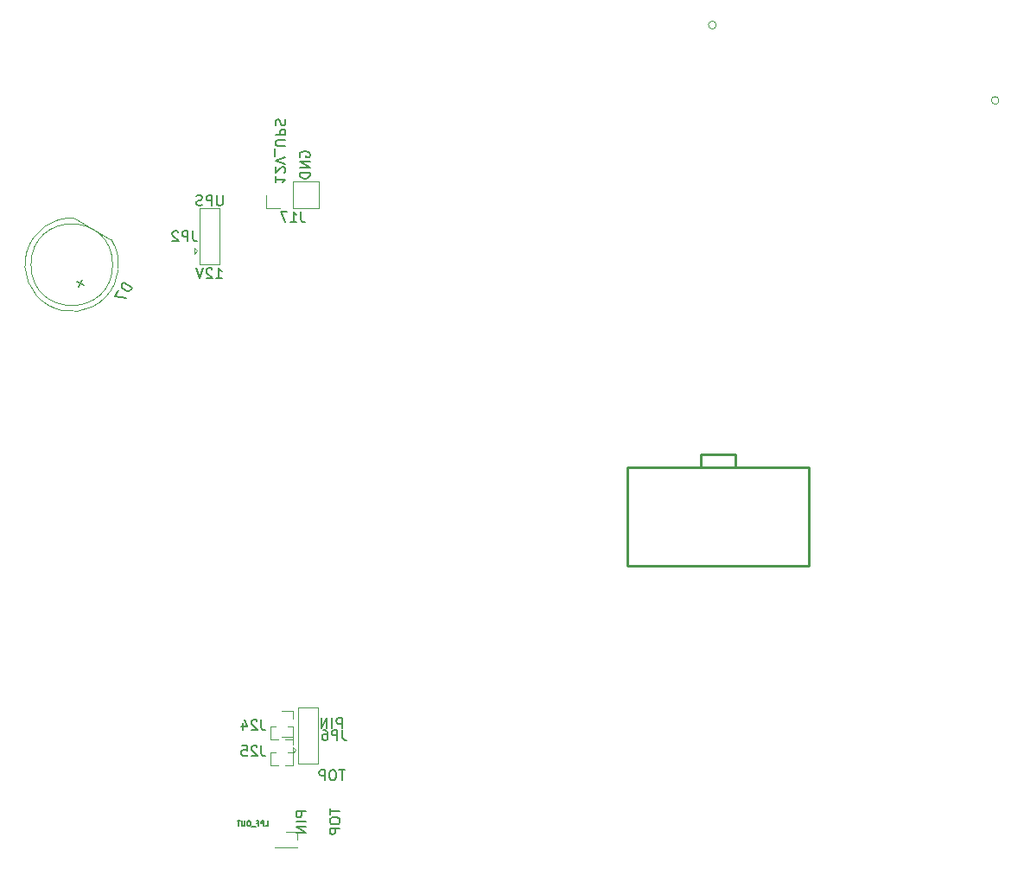
<source format=gbo>
G04 #@! TF.GenerationSoftware,KiCad,Pcbnew,(6.0.5-0)*
G04 #@! TF.CreationDate,2023-01-18T02:57:05+09:00*
G04 #@! TF.ProjectId,qPCR-main,71504352-2d6d-4616-996e-2e6b69636164,rev?*
G04 #@! TF.SameCoordinates,Original*
G04 #@! TF.FileFunction,Legend,Bot*
G04 #@! TF.FilePolarity,Positive*
%FSLAX46Y46*%
G04 Gerber Fmt 4.6, Leading zero omitted, Abs format (unit mm)*
G04 Created by KiCad (PCBNEW (6.0.5-0)) date 2023-01-18 02:57:05*
%MOMM*%
%LPD*%
G01*
G04 APERTURE LIST*
%ADD10C,0.150000*%
%ADD11C,0.127000*%
%ADD12C,0.120000*%
%ADD13C,0.254000*%
G04 APERTURE END LIST*
D10*
X105870000Y-50268095D02*
X105822380Y-50172857D01*
X105822380Y-50030000D01*
X105870000Y-49887142D01*
X105965238Y-49791904D01*
X106060476Y-49744285D01*
X106250952Y-49696666D01*
X106393809Y-49696666D01*
X106584285Y-49744285D01*
X106679523Y-49791904D01*
X106774761Y-49887142D01*
X106822380Y-50030000D01*
X106822380Y-50125238D01*
X106774761Y-50268095D01*
X106727142Y-50315714D01*
X106393809Y-50315714D01*
X106393809Y-50125238D01*
X106822380Y-50744285D02*
X105822380Y-50744285D01*
X106822380Y-51315714D01*
X105822380Y-51315714D01*
X106822380Y-51791904D02*
X105822380Y-51791904D01*
X105822380Y-52030000D01*
X105870000Y-52172857D01*
X105965238Y-52268095D01*
X106060476Y-52315714D01*
X106250952Y-52363333D01*
X106393809Y-52363333D01*
X106584285Y-52315714D01*
X106679523Y-52268095D01*
X106774761Y-52172857D01*
X106822380Y-52030000D01*
X106822380Y-51791904D01*
X98271904Y-54012380D02*
X98271904Y-54821904D01*
X98224285Y-54917142D01*
X98176666Y-54964761D01*
X98081428Y-55012380D01*
X97890952Y-55012380D01*
X97795714Y-54964761D01*
X97748095Y-54917142D01*
X97700476Y-54821904D01*
X97700476Y-54012380D01*
X97224285Y-55012380D02*
X97224285Y-54012380D01*
X96843333Y-54012380D01*
X96748095Y-54060000D01*
X96700476Y-54107619D01*
X96652857Y-54202857D01*
X96652857Y-54345714D01*
X96700476Y-54440952D01*
X96748095Y-54488571D01*
X96843333Y-54536190D01*
X97224285Y-54536190D01*
X96271904Y-54964761D02*
X96129047Y-55012380D01*
X95890952Y-55012380D01*
X95795714Y-54964761D01*
X95748095Y-54917142D01*
X95700476Y-54821904D01*
X95700476Y-54726666D01*
X95748095Y-54631428D01*
X95795714Y-54583809D01*
X95890952Y-54536190D01*
X96081428Y-54488571D01*
X96176666Y-54440952D01*
X96224285Y-54393333D01*
X96271904Y-54298095D01*
X96271904Y-54202857D01*
X96224285Y-54107619D01*
X96176666Y-54060000D01*
X96081428Y-54012380D01*
X95843333Y-54012380D01*
X95700476Y-54060000D01*
X103437619Y-52170000D02*
X103437619Y-52741428D01*
X103437619Y-52455714D02*
X104437619Y-52455714D01*
X104294761Y-52550952D01*
X104199523Y-52646190D01*
X104151904Y-52741428D01*
X104342380Y-51789047D02*
X104390000Y-51741428D01*
X104437619Y-51646190D01*
X104437619Y-51408095D01*
X104390000Y-51312857D01*
X104342380Y-51265238D01*
X104247142Y-51217619D01*
X104151904Y-51217619D01*
X104009047Y-51265238D01*
X103437619Y-51836666D01*
X103437619Y-51217619D01*
X104437619Y-50931904D02*
X103437619Y-50598571D01*
X104437619Y-50265238D01*
X103342380Y-50170000D02*
X103342380Y-49408095D01*
X104437619Y-49170000D02*
X103628095Y-49170000D01*
X103532857Y-49122380D01*
X103485238Y-49074761D01*
X103437619Y-48979523D01*
X103437619Y-48789047D01*
X103485238Y-48693809D01*
X103532857Y-48646190D01*
X103628095Y-48598571D01*
X104437619Y-48598571D01*
X103437619Y-48122380D02*
X104437619Y-48122380D01*
X104437619Y-47741428D01*
X104390000Y-47646190D01*
X104342380Y-47598571D01*
X104247142Y-47550952D01*
X104104285Y-47550952D01*
X104009047Y-47598571D01*
X103961428Y-47646190D01*
X103913809Y-47741428D01*
X103913809Y-48122380D01*
X103485238Y-47170000D02*
X103437619Y-47027142D01*
X103437619Y-46789047D01*
X103485238Y-46693809D01*
X103532857Y-46646190D01*
X103628095Y-46598571D01*
X103723333Y-46598571D01*
X103818571Y-46646190D01*
X103866190Y-46693809D01*
X103913809Y-46789047D01*
X103961428Y-46979523D01*
X104009047Y-47074761D01*
X104056666Y-47122380D01*
X104151904Y-47170000D01*
X104247142Y-47170000D01*
X104342380Y-47122380D01*
X104390000Y-47074761D01*
X104437619Y-46979523D01*
X104437619Y-46741428D01*
X104390000Y-46598571D01*
X109963799Y-106272387D02*
X109963799Y-105272387D01*
X109582847Y-105272387D01*
X109487609Y-105320007D01*
X109439990Y-105367626D01*
X109392370Y-105462864D01*
X109392370Y-105605721D01*
X109439990Y-105700959D01*
X109487609Y-105748578D01*
X109582847Y-105796197D01*
X109963799Y-105796197D01*
X108963799Y-106272387D02*
X108963799Y-105272387D01*
X108487609Y-106272387D02*
X108487609Y-105272387D01*
X107916180Y-106272387D01*
X107916180Y-105272387D01*
X106461388Y-114416193D02*
X105461388Y-114416193D01*
X105461388Y-114797145D01*
X105509008Y-114892383D01*
X105556627Y-114940003D01*
X105651865Y-114987622D01*
X105794722Y-114987622D01*
X105889960Y-114940003D01*
X105937579Y-114892383D01*
X105985198Y-114797145D01*
X105985198Y-114416193D01*
X106461388Y-115416193D02*
X105461388Y-115416193D01*
X106461388Y-115892383D02*
X105461388Y-115892383D01*
X106461388Y-116463812D01*
X105461388Y-116463812D01*
X108763388Y-114130479D02*
X108763388Y-114701907D01*
X109763388Y-114416193D02*
X108763388Y-114416193D01*
X108763388Y-115225717D02*
X108763388Y-115416193D01*
X108811008Y-115511431D01*
X108906246Y-115606669D01*
X109096722Y-115654288D01*
X109430055Y-115654288D01*
X109620531Y-115606669D01*
X109715769Y-115511431D01*
X109763388Y-115416193D01*
X109763388Y-115225717D01*
X109715769Y-115130479D01*
X109620531Y-115035241D01*
X109430055Y-114987622D01*
X109096722Y-114987622D01*
X108906246Y-115035241D01*
X108811008Y-115130479D01*
X108763388Y-115225717D01*
X109763388Y-116082860D02*
X108763388Y-116082860D01*
X108763388Y-116463812D01*
X108811008Y-116559050D01*
X108858627Y-116606669D01*
X108953865Y-116654288D01*
X109096722Y-116654288D01*
X109191960Y-116606669D01*
X109239579Y-116559050D01*
X109287198Y-116463812D01*
X109287198Y-116082860D01*
X110249513Y-110352387D02*
X109678085Y-110352387D01*
X109963799Y-111352387D02*
X109963799Y-110352387D01*
X109154275Y-110352387D02*
X108963799Y-110352387D01*
X108868561Y-110400007D01*
X108773323Y-110495245D01*
X108725704Y-110685721D01*
X108725704Y-111019054D01*
X108773323Y-111209530D01*
X108868561Y-111304768D01*
X108963799Y-111352387D01*
X109154275Y-111352387D01*
X109249513Y-111304768D01*
X109344751Y-111209530D01*
X109392370Y-111019054D01*
X109392370Y-110685721D01*
X109344751Y-110495245D01*
X109249513Y-110400007D01*
X109154275Y-110352387D01*
X108297132Y-111352387D02*
X108297132Y-110352387D01*
X107916180Y-110352387D01*
X107820942Y-110400007D01*
X107773323Y-110447626D01*
X107725704Y-110542864D01*
X107725704Y-110685721D01*
X107773323Y-110780959D01*
X107820942Y-110828578D01*
X107916180Y-110876197D01*
X108297132Y-110876197D01*
X84542335Y-62305799D02*
X84161382Y-62965628D01*
X84681773Y-62826190D02*
X84021944Y-62445238D01*
X97609047Y-62162380D02*
X98180476Y-62162380D01*
X97894761Y-62162380D02*
X97894761Y-61162380D01*
X97990000Y-61305238D01*
X98085238Y-61400476D01*
X98180476Y-61448095D01*
X97228095Y-61257619D02*
X97180476Y-61210000D01*
X97085238Y-61162380D01*
X96847142Y-61162380D01*
X96751904Y-61210000D01*
X96704285Y-61257619D01*
X96656666Y-61352857D01*
X96656666Y-61448095D01*
X96704285Y-61590952D01*
X97275714Y-62162380D01*
X96656666Y-62162380D01*
X96370952Y-61162380D02*
X96037619Y-62162380D01*
X95704285Y-61162380D01*
D11*
X102493710Y-115839814D02*
X102735615Y-115839814D01*
X102735615Y-115331814D01*
X102324376Y-115839814D02*
X102324376Y-115331814D01*
X102130853Y-115331814D01*
X102082472Y-115356005D01*
X102058281Y-115380195D01*
X102034091Y-115428576D01*
X102034091Y-115501147D01*
X102058281Y-115549528D01*
X102082472Y-115573719D01*
X102130853Y-115597909D01*
X102324376Y-115597909D01*
X101647043Y-115573719D02*
X101816376Y-115573719D01*
X101816376Y-115839814D02*
X101816376Y-115331814D01*
X101574472Y-115331814D01*
X101501900Y-115888195D02*
X101114853Y-115888195D01*
X100897138Y-115331814D02*
X100800376Y-115331814D01*
X100751996Y-115356005D01*
X100703615Y-115404385D01*
X100679424Y-115501147D01*
X100679424Y-115670481D01*
X100703615Y-115767243D01*
X100751996Y-115815624D01*
X100800376Y-115839814D01*
X100897138Y-115839814D01*
X100945519Y-115815624D01*
X100993900Y-115767243D01*
X101018091Y-115670481D01*
X101018091Y-115501147D01*
X100993900Y-115404385D01*
X100945519Y-115356005D01*
X100897138Y-115331814D01*
X100461710Y-115331814D02*
X100461710Y-115743052D01*
X100437519Y-115791433D01*
X100413329Y-115815624D01*
X100364948Y-115839814D01*
X100268186Y-115839814D01*
X100219805Y-115815624D01*
X100195615Y-115791433D01*
X100171424Y-115743052D01*
X100171424Y-115331814D01*
X100002091Y-115331814D02*
X99711805Y-115331814D01*
X99856948Y-115839814D02*
X99856948Y-115331814D01*
D10*
X105939523Y-55652380D02*
X105939523Y-56366666D01*
X105987142Y-56509523D01*
X106082380Y-56604761D01*
X106225238Y-56652380D01*
X106320476Y-56652380D01*
X104939523Y-56652380D02*
X105510952Y-56652380D01*
X105225238Y-56652380D02*
X105225238Y-55652380D01*
X105320476Y-55795238D01*
X105415714Y-55890476D01*
X105510952Y-55938095D01*
X104606190Y-55652380D02*
X103939523Y-55652380D01*
X104368095Y-56652380D01*
X95343333Y-57522380D02*
X95343333Y-58236666D01*
X95390952Y-58379523D01*
X95486190Y-58474761D01*
X95629047Y-58522380D01*
X95724285Y-58522380D01*
X94867142Y-58522380D02*
X94867142Y-57522380D01*
X94486190Y-57522380D01*
X94390952Y-57570000D01*
X94343333Y-57617619D01*
X94295714Y-57712857D01*
X94295714Y-57855714D01*
X94343333Y-57950952D01*
X94390952Y-57998571D01*
X94486190Y-58046190D01*
X94867142Y-58046190D01*
X93914761Y-57617619D02*
X93867142Y-57570000D01*
X93771904Y-57522380D01*
X93533809Y-57522380D01*
X93438571Y-57570000D01*
X93390952Y-57617619D01*
X93343333Y-57712857D01*
X93343333Y-57808095D01*
X93390952Y-57950952D01*
X93962380Y-58522380D01*
X93343333Y-58522380D01*
X89410821Y-63056969D02*
X88544795Y-62556969D01*
X88425747Y-62763165D01*
X88395558Y-62910693D01*
X88430418Y-63040790D01*
X88489087Y-63129649D01*
X88630235Y-63266126D01*
X88753952Y-63337555D01*
X88942719Y-63391553D01*
X89049007Y-63397933D01*
X89179105Y-63363074D01*
X89291773Y-63263165D01*
X89410821Y-63056969D01*
X88092414Y-63340516D02*
X87759081Y-63917866D01*
X88839392Y-64046712D01*
X109997323Y-106432380D02*
X109997323Y-107146666D01*
X110044942Y-107289523D01*
X110140180Y-107384761D01*
X110283037Y-107432380D01*
X110378275Y-107432380D01*
X109521132Y-107432380D02*
X109521132Y-106432380D01*
X109140180Y-106432380D01*
X109044942Y-106480000D01*
X108997323Y-106527619D01*
X108949704Y-106622857D01*
X108949704Y-106765714D01*
X108997323Y-106860952D01*
X109044942Y-106908571D01*
X109140180Y-106956190D01*
X109521132Y-106956190D01*
X108092561Y-106432380D02*
X108283037Y-106432380D01*
X108378275Y-106480000D01*
X108425894Y-106527619D01*
X108521132Y-106670476D01*
X108568751Y-106860952D01*
X108568751Y-107241904D01*
X108521132Y-107337142D01*
X108473513Y-107384761D01*
X108378275Y-107432380D01*
X108187799Y-107432380D01*
X108092561Y-107384761D01*
X108044942Y-107337142D01*
X107997323Y-107241904D01*
X107997323Y-107003809D01*
X108044942Y-106908571D01*
X108092561Y-106860952D01*
X108187799Y-106813333D01*
X108378275Y-106813333D01*
X108473513Y-106860952D01*
X108521132Y-106908571D01*
X108568751Y-107003809D01*
X102069519Y-107977385D02*
X102069519Y-108691671D01*
X102117138Y-108834528D01*
X102212376Y-108929766D01*
X102355234Y-108977385D01*
X102450472Y-108977385D01*
X101640948Y-108072624D02*
X101593329Y-108025005D01*
X101498091Y-107977385D01*
X101259996Y-107977385D01*
X101164757Y-108025005D01*
X101117138Y-108072624D01*
X101069519Y-108167862D01*
X101069519Y-108263100D01*
X101117138Y-108405957D01*
X101688567Y-108977385D01*
X101069519Y-108977385D01*
X100164757Y-107977385D02*
X100640948Y-107977385D01*
X100688567Y-108453576D01*
X100640948Y-108405957D01*
X100545710Y-108358338D01*
X100307615Y-108358338D01*
X100212376Y-108405957D01*
X100164757Y-108453576D01*
X100117138Y-108548814D01*
X100117138Y-108786909D01*
X100164757Y-108882147D01*
X100212376Y-108929766D01*
X100307615Y-108977385D01*
X100545710Y-108977385D01*
X100640948Y-108929766D01*
X100688567Y-108882147D01*
X102069519Y-105437385D02*
X102069519Y-106151671D01*
X102117138Y-106294528D01*
X102212376Y-106389766D01*
X102355234Y-106437385D01*
X102450472Y-106437385D01*
X101640948Y-105532624D02*
X101593329Y-105485005D01*
X101498091Y-105437385D01*
X101259996Y-105437385D01*
X101164757Y-105485005D01*
X101117138Y-105532624D01*
X101069519Y-105627862D01*
X101069519Y-105723100D01*
X101117138Y-105865957D01*
X101688567Y-106437385D01*
X101069519Y-106437385D01*
X100212376Y-105770719D02*
X100212376Y-106437385D01*
X100450472Y-105389766D02*
X100688567Y-106104052D01*
X100069519Y-106104052D01*
D12*
X174340312Y-44715370D02*
G75*
G03*
X174340312Y-44715370I-381000J0D01*
G01*
X146630813Y-37324869D02*
G75*
G03*
X146630813Y-37324869I-381000J0D01*
G01*
X107720000Y-52655000D02*
X107720000Y-55315000D01*
X105120000Y-55315000D02*
X107720000Y-55315000D01*
X105120000Y-52655000D02*
X107720000Y-52655000D01*
X102520000Y-55315000D02*
X103850000Y-55315000D01*
X102520000Y-53985000D02*
X102520000Y-55315000D01*
X105120000Y-52655000D02*
X105120000Y-55315000D01*
X97990000Y-60810000D02*
X97990000Y-55310000D01*
X95490000Y-59160000D02*
X95790000Y-59460000D01*
X95490000Y-59760000D02*
X95490000Y-59160000D01*
X95790000Y-59460000D02*
X95490000Y-59760000D01*
X97990000Y-55310000D02*
X96040000Y-55310000D01*
X96040000Y-55310000D02*
X96040000Y-60810000D01*
X96040000Y-60810000D02*
X97990000Y-60810000D01*
X83669974Y-56232777D02*
X87380026Y-58374777D01*
X83670714Y-56233205D02*
G75*
G03*
X81200421Y-64795140I-175714J-4586635D01*
G01*
X81199579Y-64794654D02*
G75*
G03*
X87379286Y-58374350I2295421J3974814D01*
G01*
X87495000Y-60819840D02*
G75*
G03*
X87495000Y-60819840I-4000000J0D01*
G01*
X105620000Y-117960000D02*
X105073471Y-117960000D01*
X103400000Y-117960000D02*
X103400000Y-117895000D01*
X103946529Y-117960000D02*
X103400000Y-117960000D01*
X105620000Y-117200000D02*
X105620000Y-116440000D01*
X105620000Y-116440000D02*
X104510000Y-116440000D01*
X105620000Y-117960000D02*
X105620000Y-117895000D01*
X105620000Y-117960000D02*
X103400000Y-117960000D01*
X105450000Y-108380000D02*
X105150000Y-108680000D01*
X105150000Y-108080000D02*
X105450000Y-108380000D01*
X105150000Y-108680000D02*
X105150000Y-108080000D01*
X105700000Y-104230000D02*
X105700000Y-109730000D01*
X107650000Y-104230000D02*
X105700000Y-104230000D01*
X105700000Y-109730000D02*
X107650000Y-109730000D01*
X107650000Y-109730000D02*
X107650000Y-104230000D01*
D13*
X148490004Y-79400007D02*
X148490004Y-80700007D01*
X137890004Y-90300007D02*
X155690004Y-90300007D01*
X155690004Y-80700007D02*
X137890004Y-80700007D01*
X155690004Y-90300007D02*
X155690004Y-80700007D01*
X137890004Y-80700007D02*
X137890004Y-90300007D01*
X145090004Y-79400007D02*
X145090004Y-80700007D01*
X148490004Y-79400007D02*
X145090004Y-79400007D01*
D12*
X105179998Y-108650005D02*
X104633469Y-108650005D01*
X105179998Y-107130005D02*
X104069998Y-107130005D01*
X102959998Y-108650005D02*
X102959998Y-109855005D01*
X103506527Y-108650005D02*
X102959998Y-108650005D01*
X105179998Y-107890005D02*
X105179998Y-107130005D01*
X105179998Y-108650005D02*
X105179998Y-109855005D01*
X103762468Y-109855005D02*
X102959998Y-109855005D01*
X105179998Y-109855005D02*
X104377528Y-109855005D01*
X103506527Y-106110005D02*
X102959998Y-106110005D01*
X103762468Y-107315005D02*
X102959998Y-107315005D01*
X105179998Y-107315005D02*
X104377528Y-107315005D01*
X105179998Y-104590005D02*
X104069998Y-104590005D01*
X105179998Y-105350005D02*
X105179998Y-104590005D01*
X105179998Y-106110005D02*
X104633469Y-106110005D01*
X102959998Y-106110005D02*
X102959998Y-107315005D01*
X105179998Y-106110005D02*
X105179998Y-107315005D01*
M02*

</source>
